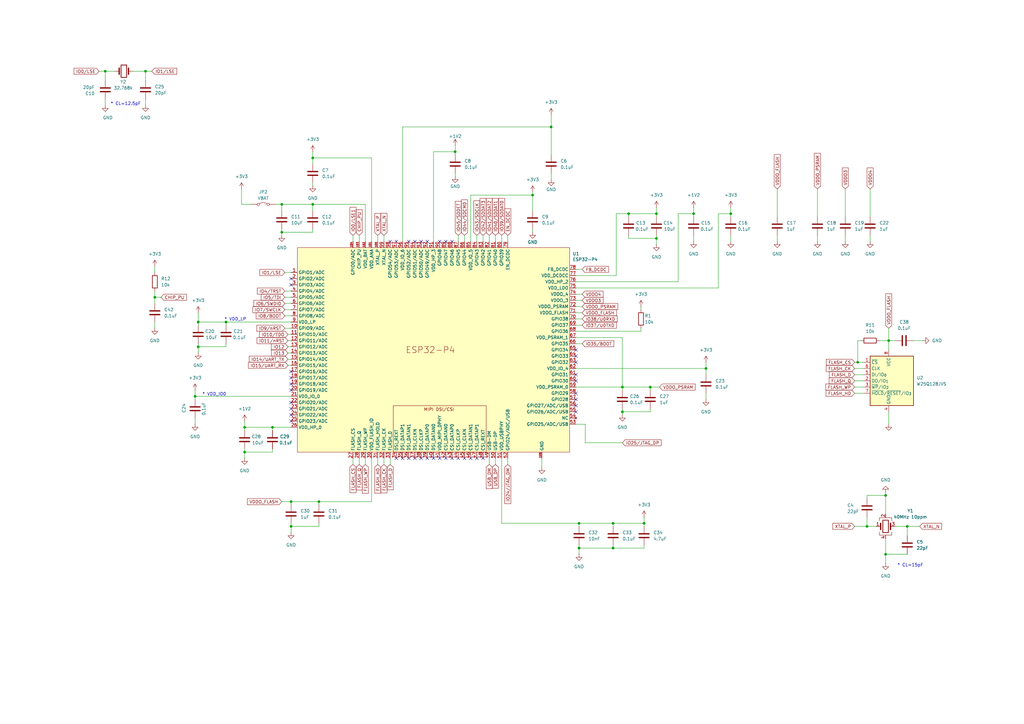
<source format=kicad_sch>
(kicad_sch (version 20250114) (generator "eeschema") (generator_version "9.0")
  (paper "A3")
  (title_block (title "Soul Probe") (date "2025-11-28") (rev "0.1") (company "By Jackson Ming Hu <huming2207@gmail.com> Copright (C) 2025 ") (comment 1 "Strictly no resell or commerical uses unless authorised by the author"))
  (text "* VDD_LP\n" (at 96.52 131.064 0) (effects (font (size 1.27 1.27))))
  (text "* CL=15pF\n" (at 373.38 231.902 0) (effects (font (size 1.27 1.27))))
  (text "* CL=12.5pF\n" (at 51.562 42.672 0) (effects (font (size 1.27 1.27))))
  (text "* VDD_IO0" (at 87.884 161.798 0) (effects (font (size 1.27 1.27))))
  (junction (at 257.81 87.63))
  (junction (at 269.24 97.79))
  (junction (at 100.33 185.42))
  (junction (at 237.49 214.63))
  (junction (at 92.71 132.08))
  (junction (at 251.46 214.63))
  (junction (at 372.11 215.9))
  (junction (at 363.22 203.2))
  (junction (at 299.72 87.63))
  (junction (at 355.6 215.9))
  (junction (at 59.69 29.21))
  (junction (at 80.01 162.56))
  (junction (at 43.18 29.21))
  (junction (at 119.38 215.9))
  (junction (at 255.27 168.91))
  (junction (at 284.48 87.63))
  (junction (at 218.44 80.01))
  (junction (at 115.57 95.25))
  (junction (at 351.79 148.59))
  (junction (at 186.69 62.23))
  (junction (at 363.22 227.33))
  (junction (at 269.24 87.63))
  (junction (at 251.46 224.79))
  (junction (at 226.06 52.07))
  (junction (at 81.28 142.24))
  (junction (at 289.56 151.13))
  (junction (at 266.7 158.75))
  (junction (at 237.49 224.79))
  (junction (at 255.27 158.75))
  (junction (at 111.76 175.26))
  (junction (at 264.16 214.63))
  (junction (at 115.57 83.82))
  (junction (at 130.81 205.74))
  (junction (at 128.27 83.82))
  (junction (at 63.5 121.92))
  (junction (at 100.33 175.26))
  (junction (at 128.27 64.77))
  (junction (at 81.28 132.08))
  (junction (at 364.49 139.7))
  (junction (at 119.38 205.74))
  (no_connect (at 198.12 187.96))
  (no_connect (at 177.8 187.96))
  (no_connect (at 236.22 148.59))
  (no_connect (at 236.22 166.37))
  (no_connect (at 119.38 172.72))
  (no_connect (at 119.38 165.1))
  (no_connect (at 182.88 187.96))
  (no_connect (at 236.22 156.21))
  (no_connect (at 236.22 161.29))
  (no_connect (at 185.42 187.96))
  (no_connect (at 167.64 99.06))
  (no_connect (at 165.1 187.96))
  (no_connect (at 175.26 187.96))
  (no_connect (at 119.38 152.4))
  (no_connect (at 119.38 154.94))
  (no_connect (at 236.22 153.67))
  (no_connect (at 185.42 99.06))
  (no_connect (at 180.34 187.96))
  (no_connect (at 187.96 187.96))
  (no_connect (at 236.22 168.91))
  (no_connect (at 119.38 170.18))
  (no_connect (at 167.64 187.96))
  (no_connect (at 180.34 99.06))
  (no_connect (at 195.58 187.96))
  (no_connect (at 119.38 157.48))
  (no_connect (at 170.18 187.96))
  (no_connect (at 170.18 99.06))
  (no_connect (at 162.56 99.06))
  (no_connect (at 236.22 143.51))
  (no_connect (at 119.38 167.64))
  (no_connect (at 119.38 160.02))
  (no_connect (at 236.22 146.05))
  (no_connect (at 190.5 187.96))
  (no_connect (at 236.22 163.83))
  (no_connect (at 119.38 114.3))
  (no_connect (at 175.26 99.06))
  (no_connect (at 162.56 187.96))
  (no_connect (at 193.04 187.96))
  (no_connect (at 172.72 99.06))
  (no_connect (at 119.38 116.84))
  (no_connect (at 182.88 99.06))
  (no_connect (at 172.72 187.96))
  (no_connect (at 160.02 99.06))
  (wire (pts (xy 236.22 135.89) (xy 262.89 135.89)))
  (wire (pts (xy 238.76 110.49) (xy 236.22 110.49)))
  (wire (pts (xy 81.28 132.08) (xy 81.28 133.35)))
  (wire (pts (xy 187.96 96.52) (xy 187.96 99.06)))
  (wire (pts (xy 222.25 187.96) (xy 222.25 191.77)))
  (wire (pts (xy 116.84 119.38) (xy 119.38 119.38)))
  (wire (pts (xy 63.5 121.92) (xy 63.5 124.46)))
  (wire (pts (xy 118.11 149.86) (xy 119.38 149.86)))
  (wire (pts (xy 147.32 96.52) (xy 147.32 99.06)))
  (wire (pts (xy 284.48 96.52) (xy 284.48 99.06)))
  (wire (pts (xy 149.86 83.82) (xy 149.86 99.06)))
  (wire (pts (xy 218.44 80.01) (xy 218.44 86.36)))
  (wire (pts (xy 252.73 113.03) (xy 252.73 87.63)))
  (wire (pts (xy 351.79 139.7) (xy 351.79 148.59)))
  (wire (pts (xy 81.28 128.27) (xy 81.28 132.08)))
  (wire (pts (xy 284.48 87.63) (xy 284.48 88.9)))
  (wire (pts (xy 346.71 99.06) (xy 346.71 96.52)))
  (wire (pts (xy 128.27 74.93) (xy 128.27 76.2)))
  (wire (pts (xy 208.28 96.52) (xy 208.28 99.06)))
  (wire (pts (xy 144.78 190.5) (xy 144.78 187.96)))
  (wire (pts (xy 80.01 160.02) (xy 80.01 162.56)))
  (wire (pts (xy 43.18 40.64) (xy 43.18 43.18)))
  (wire (pts (xy 130.81 215.9) (xy 119.38 215.9)))
  (wire (pts (xy 208.28 190.5) (xy 208.28 187.96)))
  (wire (pts (xy 118.11 137.16) (xy 119.38 137.16)))
  (wire (pts (xy 238.76 130.81) (xy 236.22 130.81)))
  (wire (pts (xy 200.66 190.5) (xy 200.66 187.96)))
  (wire (pts (xy 350.52 151.13) (xy 354.33 151.13)))
  (wire (pts (xy 116.84 129.54) (xy 119.38 129.54)))
  (wire (pts (xy 226.06 46.99) (xy 226.06 52.07)))
  (wire (pts (xy 63.5 109.22) (xy 63.5 111.76)))
  (wire (pts (xy 257.81 87.63) (xy 269.24 87.63)))
  (wire (pts (xy 116.84 124.46) (xy 119.38 124.46)))
  (wire (pts (xy 350.52 158.75) (xy 354.33 158.75)))
  (wire (pts (xy 100.33 172.72) (xy 100.33 175.26)))
  (wire (pts (xy 43.18 29.21) (xy 46.99 29.21)))
  (wire (pts (xy 186.69 59.69) (xy 186.69 62.23)))
  (wire (pts (xy 356.87 77.47) (xy 356.87 88.9)))
  (wire (pts (xy 266.7 168.91) (xy 255.27 168.91)))
  (wire (pts (xy 226.06 52.07) (xy 226.06 63.5)))
  (wire (pts (xy 289.56 148.59) (xy 289.56 151.13)))
  (wire (pts (xy 99.06 77.47) (xy 99.06 83.82)))
  (wire (pts (xy 294.64 118.11) (xy 294.64 87.63)))
  (wire (pts (xy 119.38 215.9) (xy 119.38 218.44)))
  (wire (pts (xy 186.69 72.39) (xy 186.69 71.12)))
  (wire (pts (xy 236.22 138.43) (xy 255.27 138.43)))
  (wire (pts (xy 81.28 140.97) (xy 81.28 142.24)))
  (wire (pts (xy 203.2 96.52) (xy 203.2 99.06)))
  (wire (pts (xy 203.2 190.5) (xy 203.2 187.96)))
  (wire (pts (xy 238.76 125.73) (xy 236.22 125.73)))
  (wire (pts (xy 128.27 64.77) (xy 152.4 64.77)))
  (wire (pts (xy 147.32 190.5) (xy 147.32 187.96)))
  (wire (pts (xy 157.48 96.52) (xy 157.48 99.06)))
  (wire (pts (xy 255.27 138.43) (xy 255.27 158.75)))
  (wire (pts (xy 128.27 83.82) (xy 149.86 83.82)))
  (wire (pts (xy 299.72 87.63) (xy 299.72 88.9)))
  (wire (pts (xy 269.24 96.52) (xy 269.24 97.79)))
  (wire (pts (xy 363.22 203.2) (xy 363.22 210.82)))
  (wire (pts (xy 355.6 204.47) (xy 355.6 203.2)))
  (wire (pts (xy 374.65 139.7) (xy 378.46 139.7)))
  (wire (pts (xy 190.5 96.52) (xy 190.5 99.06)))
  (wire (pts (xy 372.11 215.9) (xy 372.11 219.71)))
  (wire (pts (xy 251.46 224.79) (xy 251.46 223.52)))
  (wire (pts (xy 252.73 87.63) (xy 257.81 87.63)))
  (wire (pts (xy 160.02 190.5) (xy 160.02 187.96)))
  (wire (pts (xy 299.72 96.52) (xy 299.72 99.06)))
  (wire (pts (xy 257.81 87.63) (xy 257.81 88.9)))
  (wire (pts (xy 289.56 161.29) (xy 289.56 163.83)))
  (wire (pts (xy 262.89 135.89) (xy 262.89 134.62)))
  (wire (pts (xy 269.24 85.09) (xy 269.24 87.63)))
  (wire (pts (xy 346.71 77.47) (xy 346.71 88.9)))
  (wire (pts (xy 237.49 214.63) (xy 251.46 214.63)))
  (wire (pts (xy 111.76 175.26) (xy 119.38 175.26)))
  (wire (pts (xy 116.84 127) (xy 119.38 127)))
  (wire (pts (xy 350.52 153.67) (xy 354.33 153.67)))
  (wire (pts (xy 318.77 77.47) (xy 318.77 88.9)))
  (wire (pts (xy 154.94 190.5) (xy 154.94 187.96)))
  (wire (pts (xy 195.58 96.52) (xy 195.58 99.06)))
  (wire (pts (xy 226.06 71.12) (xy 226.06 73.66)))
  (wire (pts (xy 144.78 96.52) (xy 144.78 99.06)))
  (wire (pts (xy 255.27 160.02) (xy 255.27 158.75)))
  (wire (pts (xy 226.06 52.07) (xy 165.1 52.07)))
  (wire (pts (xy 353.06 139.7) (xy 351.79 139.7)))
  (wire (pts (xy 269.24 97.79) (xy 269.24 100.33)))
  (wire (pts (xy 157.48 190.5) (xy 157.48 187.96)))
  (wire (pts (xy 63.5 121.92) (xy 66.04 121.92)))
  (wire (pts (xy 262.89 125.73) (xy 262.89 127)))
  (wire (pts (xy 350.52 156.21) (xy 354.33 156.21)))
  (wire (pts (xy 278.13 115.57) (xy 278.13 87.63)))
  (wire (pts (xy 115.57 95.25) (xy 115.57 96.52)))
  (wire (pts (xy 363.22 220.98) (xy 363.22 227.33)))
  (wire (pts (xy 99.06 83.82) (xy 102.87 83.82)))
  (wire (pts (xy 205.74 214.63) (xy 237.49 214.63)))
  (wire (pts (xy 266.7 158.75) (xy 270.51 158.75)))
  (wire (pts (xy 355.6 215.9) (xy 359.41 215.9)))
  (wire (pts (xy 100.33 185.42) (xy 100.33 187.96)))
  (wire (pts (xy 130.81 214.63) (xy 130.81 215.9)))
  (wire (pts (xy 116.84 134.62) (xy 119.38 134.62)))
  (wire (pts (xy 115.57 93.98) (xy 115.57 95.25)))
  (wire (pts (xy 100.33 175.26) (xy 100.33 176.53)))
  (wire (pts (xy 355.6 212.09) (xy 355.6 215.9)))
  (wire (pts (xy 284.48 85.09) (xy 284.48 87.63)))
  (wire (pts (xy 130.81 205.74) (xy 130.81 207.01)))
  (wire (pts (xy 128.27 93.98) (xy 128.27 95.25)))
  (wire (pts (xy 257.81 96.52) (xy 257.81 97.79)))
  (wire (pts (xy 251.46 214.63) (xy 251.46 215.9)))
  (wire (pts (xy 80.01 173.99) (xy 80.01 171.45)))
  (wire (pts (xy 100.33 175.26) (xy 111.76 175.26)))
  (wire (pts (xy 266.7 167.64) (xy 266.7 168.91)))
  (wire (pts (xy 350.52 148.59) (xy 351.79 148.59)))
  (wire (pts (xy 81.28 142.24) (xy 81.28 144.78)))
  (wire (pts (xy 257.81 97.79) (xy 269.24 97.79)))
  (wire (pts (xy 81.28 142.24) (xy 92.71 142.24)))
  (wire (pts (xy 236.22 158.75) (xy 255.27 158.75)))
  (wire (pts (xy 299.72 85.09) (xy 299.72 87.63)))
  (wire (pts (xy 100.33 184.15) (xy 100.33 185.42)))
  (wire (pts (xy 130.81 205.74) (xy 152.4 205.74)))
  (wire (pts (xy 367.03 215.9) (xy 372.11 215.9)))
  (wire (pts (xy 115.57 95.25) (xy 128.27 95.25)))
  (wire (pts (xy 364.49 139.7) (xy 364.49 143.51)))
  (wire (pts (xy 59.69 40.64) (xy 59.69 43.18)))
  (wire (pts (xy 372.11 215.9) (xy 377.19 215.9)))
  (wire (pts (xy 264.16 224.79) (xy 264.16 223.52)))
  (wire (pts (xy 43.18 29.21) (xy 43.18 33.02)))
  (wire (pts (xy 356.87 99.06) (xy 356.87 96.52)))
  (wire (pts (xy 118.11 144.78) (xy 119.38 144.78)))
  (wire (pts (xy 251.46 224.79) (xy 264.16 224.79)))
  (wire (pts (xy 255.27 181.61) (xy 240.03 181.61)))
  (wire (pts (xy 63.5 132.08) (xy 63.5 134.62)))
  (wire (pts (xy 115.57 86.36) (xy 115.57 83.82)))
  (wire (pts (xy 294.64 87.63) (xy 299.72 87.63)))
  (wire (pts (xy 63.5 119.38) (xy 63.5 121.92)))
  (wire (pts (xy 92.71 140.97) (xy 92.71 142.24)))
  (wire (pts (xy 128.27 83.82) (xy 128.27 86.36)))
  (wire (pts (xy 264.16 214.63) (xy 264.16 215.9)))
  (wire (pts (xy 218.44 78.74) (xy 218.44 80.01)))
  (wire (pts (xy 240.03 173.99) (xy 236.22 173.99)))
  (wire (pts (xy 128.27 62.23) (xy 128.27 64.77)))
  (wire (pts (xy 80.01 163.83) (xy 80.01 162.56)))
  (wire (pts (xy 186.69 62.23) (xy 177.8 62.23)))
  (wire (pts (xy 119.38 205.74) (xy 119.38 207.01)))
  (wire (pts (xy 289.56 151.13) (xy 289.56 153.67)))
  (wire (pts (xy 355.6 203.2) (xy 363.22 203.2)))
  (wire (pts (xy 218.44 80.01) (xy 193.04 80.01)))
  (wire (pts (xy 318.77 99.06) (xy 318.77 96.52)))
  (wire (pts (xy 236.22 113.03) (xy 252.73 113.03)))
  (wire (pts (xy 118.11 142.24) (xy 119.38 142.24)))
  (wire (pts (xy 80.01 162.56) (xy 119.38 162.56)))
  (wire (pts (xy 363.22 201.93) (xy 363.22 203.2)))
  (wire (pts (xy 360.68 139.7) (xy 364.49 139.7)))
  (wire (pts (xy 236.22 151.13) (xy 289.56 151.13)))
  (wire (pts (xy 62.23 29.21) (xy 59.69 29.21)))
  (wire (pts (xy 149.86 190.5) (xy 149.86 187.96)))
  (wire (pts (xy 351.79 148.59) (xy 354.33 148.59)))
  (wire (pts (xy 255.27 167.64) (xy 255.27 168.91)))
  (wire (pts (xy 218.44 93.98) (xy 218.44 95.25)))
  (wire (pts (xy 236.22 123.19) (xy 238.76 123.19)))
  (wire (pts (xy 236.22 115.57) (xy 278.13 115.57)))
  (wire (pts (xy 165.1 52.07) (xy 165.1 99.06)))
  (wire (pts (xy 198.12 96.52) (xy 198.12 99.06)))
  (wire (pts (xy 278.13 87.63) (xy 284.48 87.63)))
  (wire (pts (xy 152.4 205.74) (xy 152.4 187.96)))
  (wire (pts (xy 119.38 214.63) (xy 119.38 215.9)))
  (wire (pts (xy 118.11 147.32) (xy 119.38 147.32)))
  (wire (pts (xy 113.03 83.82) (xy 115.57 83.82)))
  (wire (pts (xy 237.49 224.79) (xy 251.46 224.79)))
  (wire (pts (xy 350.52 161.29) (xy 354.33 161.29)))
  (wire (pts (xy 236.22 118.11) (xy 294.64 118.11)))
  (wire (pts (xy 269.24 88.9) (xy 269.24 87.63)))
  (wire (pts (xy 364.49 139.7) (xy 367.03 139.7)))
  (wire (pts (xy 240.03 181.61) (xy 240.03 173.99)))
  (wire (pts (xy 154.94 96.52) (xy 154.94 99.06)))
  (wire (pts (xy 237.49 223.52) (xy 237.49 224.79)))
  (wire (pts (xy 115.57 83.82) (xy 128.27 83.82)))
  (wire (pts (xy 238.76 133.35) (xy 236.22 133.35)))
  (wire (pts (xy 40.64 29.21) (xy 43.18 29.21)))
  (wire (pts (xy 81.28 132.08) (xy 92.71 132.08)))
  (wire (pts (xy 116.84 121.92) (xy 119.38 121.92)))
  (wire (pts (xy 255.27 158.75) (xy 266.7 158.75)))
  (wire (pts (xy 92.71 132.08) (xy 119.38 132.08)))
  (wire (pts (xy 54.61 29.21) (xy 59.69 29.21)))
  (wire (pts (xy 128.27 64.77) (xy 128.27 67.31)))
  (wire (pts (xy 236.22 120.65) (xy 238.76 120.65)))
  (wire (pts (xy 266.7 158.75) (xy 266.7 160.02)))
  (wire (pts (xy 264.16 212.09) (xy 264.16 214.63)))
  (wire (pts (xy 118.11 139.7) (xy 119.38 139.7)))
  (wire (pts (xy 111.76 185.42) (xy 100.33 185.42)))
  (wire (pts (xy 205.74 96.52) (xy 205.74 99.06)))
  (wire (pts (xy 116.84 111.76) (xy 119.38 111.76)))
  (wire (pts (xy 115.57 205.74) (xy 119.38 205.74)))
  (wire (pts (xy 193.04 80.01) (xy 193.04 99.06)))
  (wire (pts (xy 59.69 29.21) (xy 59.69 33.02)))
  (wire (pts (xy 237.49 224.79) (xy 237.49 227.33)))
  (wire (pts (xy 335.28 99.06) (xy 335.28 96.52)))
  (wire (pts (xy 363.22 227.33) (xy 372.11 227.33)))
  (wire (pts (xy 200.66 96.52) (xy 200.66 99.06)))
  (wire (pts (xy 111.76 184.15) (xy 111.76 185.42)))
  (wire (pts (xy 205.74 187.96) (xy 205.74 214.63)))
  (wire (pts (xy 363.22 227.33) (xy 363.22 231.14)))
  (wire (pts (xy 130.81 205.74) (xy 119.38 205.74)))
  (wire (pts (xy 364.49 139.7) (xy 364.49 134.62)))
  (wire (pts (xy 92.71 132.08) (xy 92.71 133.35)))
  (wire (pts (xy 335.28 77.47) (xy 335.28 88.9)))
  (wire (pts (xy 111.76 175.26) (xy 111.76 176.53)))
  (wire (pts (xy 255.27 168.91) (xy 255.27 170.18)))
  (wire (pts (xy 186.69 62.23) (xy 186.69 63.5)))
  (wire (pts (xy 251.46 214.63) (xy 264.16 214.63)))
  (wire (pts (xy 152.4 64.77) (xy 152.4 99.06)))
  (wire (pts (xy 350.52 215.9) (xy 355.6 215.9)))
  (wire (pts (xy 238.76 140.97) (xy 236.22 140.97)))
  (wire (pts (xy 238.76 128.27) (xy 236.22 128.27)))
  (wire (pts (xy 364.49 168.91) (xy 364.49 173.99)))
  (wire (pts (xy 177.8 62.23) (xy 177.8 99.06)))
  (wire (pts (xy 237.49 215.9) (xy 237.49 214.63)))
  (global_label "IO0{slash}LSE" (shape input) (at 40.64 29.21 180) (property "Intersheetrefs" "${INTERSHEET_REFS}" (effects (hide yes))))
  (global_label "IO25{slash}JTAG_DP" (shape input) (at 255.27 181.61 0) (property "Intersheetrefs" "${INTERSHEET_REFS}" (effects (hide yes))))
  (global_label "VDDO_PSRAM" (shape input) (at 335.28 77.47 90) (property "Intersheetrefs" "${INTERSHEET_REFS}" (effects (hide yes))))
  (global_label "IO45{slash}SDDET" (shape input) (at 187.96 96.52 90) (property "Intersheetrefs" "${INTERSHEET_REFS}" (effects (hide yes))))
  (global_label "USB_DP" (shape input) (at 203.2 190.5 270) (property "Intersheetrefs" "${INTERSHEET_REFS}" (effects (hide yes))))
  (global_label "XTAL_N" (shape input) (at 377.19 215.9 0) (property "Intersheetrefs" "${INTERSHEET_REFS}" (effects (hide yes))))
  (global_label "VDDO4" (shape input) (at 238.76 120.65 0) (property "Intersheetrefs" "${INTERSHEET_REFS}" (effects (hide yes))))
  (global_label "IO39{slash}SDDAT0" (shape input) (at 205.74 96.52 90) (property "Intersheetrefs" "${INTERSHEET_REFS}" (effects (hide yes))))
  (global_label "IO40{slash}SDDAT1" (shape input) (at 203.2 96.52 90) (property "Intersheetrefs" "${INTERSHEET_REFS}" (effects (hide yes))))
  (global_label "VDDO_FLASH" (shape input) (at 318.77 77.47 90) (property "Intersheetrefs" "${INTERSHEET_REFS}" (effects (hide yes))))
  (global_label "IO4{slash}TRST" (shape input) (at 116.84 119.38 180) (property "Intersheetrefs" "${INTERSHEET_REFS}" (effects (hide yes))))
  (global_label "IO44{slash}SDCMD" (shape input) (at 190.5 96.52 90) (property "Intersheetrefs" "${INTERSHEET_REFS}" (effects (hide yes))))
  (global_label "IO41{slash}SDDAT2" (shape input) (at 200.66 96.52 90) (property "Intersheetrefs" "${INTERSHEET_REFS}" (effects (hide yes))))
  (global_label "IO11{slash}nRST" (shape input) (at 118.11 139.7 180) (property "Intersheetrefs" "${INTERSHEET_REFS}" (effects (hide yes))))
  (global_label "FLASH_CS" (shape input) (at 350.52 148.59 180) (property "Intersheetrefs" "${INTERSHEET_REFS}" (effects (hide yes))))
  (global_label "FLASH_Q" (shape input) (at 147.32 190.5 270) (property "Intersheetrefs" "${INTERSHEET_REFS}" (effects (hide yes))))
  (global_label "IO42{slash}SDDAT3" (shape input) (at 198.12 96.52 90) (property "Intersheetrefs" "${INTERSHEET_REFS}" (effects (hide yes))))
  (global_label "FLASH_CS" (shape input) (at 144.78 190.5 270) (property "Intersheetrefs" "${INTERSHEET_REFS}" (effects (hide yes))))
  (global_label "IO13" (shape input) (at 118.11 144.78 180) (property "Intersheetrefs" "${INTERSHEET_REFS}" (effects (hide yes))))
  (global_label "IO6{slash}SWDIO" (shape input) (at 116.84 124.46 180) (property "Intersheetrefs" "${INTERSHEET_REFS}" (effects (hide yes))))
  (global_label "FLASH_CK" (shape input) (at 157.48 190.5 270) (property "Intersheetrefs" "${INTERSHEET_REFS}" (effects (hide yes))))
  (global_label "FLASH_CK" (shape input) (at 350.52 151.13 180) (property "Intersheetrefs" "${INTERSHEET_REFS}" (effects (hide yes))))
  (global_label "XTAL_N" (shape input) (at 157.48 96.52 90) (property "Intersheetrefs" "${INTERSHEET_REFS}" (effects (hide yes))))
  (global_label "IO35{slash}BOOT" (shape input) (at 238.76 140.97 0) (property "Intersheetrefs" "${INTERSHEET_REFS}" (effects (hide yes))))
  (global_label "IO10{slash}TDO" (shape input) (at 118.11 137.16 180) (property "Intersheetrefs" "${INTERSHEET_REFS}" (effects (hide yes))))
  (global_label "VDDO_PSRAM" (shape input) (at 270.51 158.75 0) (property "Intersheetrefs" "${INTERSHEET_REFS}" (effects (hide yes))))
  (global_label "IO12" (shape input) (at 118.11 142.24 180) (property "Intersheetrefs" "${INTERSHEET_REFS}" (effects (hide yes))))
  (global_label "FLASH_WP" (shape input) (at 350.52 158.75 180) (property "Intersheetrefs" "${INTERSHEET_REFS}" (effects (hide yes))))
  (global_label "VDDO_FLASH" (shape input) (at 238.76 128.27 0) (property "Intersheetrefs" "${INTERSHEET_REFS}" (effects (hide yes))))
  (global_label "IO24{slash}JTAG_DM" (shape input) (at 208.28 190.5 270) (property "Intersheetrefs" "${INTERSHEET_REFS}" (effects (hide yes))))
  (global_label "IO15{slash}UART_RX" (shape input) (at 118.11 149.86 180) (property "Intersheetrefs" "${INTERSHEET_REFS}" (effects (hide yes))))
  (global_label "IO14{slash}UART_TX" (shape input) (at 118.11 147.32 180) (property "Intersheetrefs" "${INTERSHEET_REFS}" (effects (hide yes))))
  (global_label "FLASH_Q" (shape input) (at 350.52 156.21 180) (property "Intersheetrefs" "${INTERSHEET_REFS}" (effects (hide yes))))
  (global_label "CHIP_PU" (shape input) (at 66.04 121.92 0) (property "Intersheetrefs" "${INTERSHEET_REFS}" (effects (hide yes))))
  (global_label "FLASH_HD" (shape input) (at 350.52 161.29 180) (property "Intersheetrefs" "${INTERSHEET_REFS}" (effects (hide yes))))
  (global_label "FLASH_D" (shape input) (at 160.02 190.5 270) (property "Intersheetrefs" "${INTERSHEET_REFS}" (effects (hide yes))))
  (global_label "FLASH_D" (shape input) (at 350.52 153.67 180) (property "Intersheetrefs" "${INTERSHEET_REFS}" (effects (hide yes))))
  (global_label "IO43{slash}SDCLK" (shape input) (at 195.58 96.52 90) (property "Intersheetrefs" "${INTERSHEET_REFS}" (effects (hide yes))))
  (global_label "IO38{slash}U0RXD" (shape input) (at 238.76 130.81 0) (property "Intersheetrefs" "${INTERSHEET_REFS}" (effects (hide yes))))
  (global_label "IO7{slash}SWCLK" (shape input) (at 116.84 127 180) (property "Intersheetrefs" "${INTERSHEET_REFS}" (effects (hide yes))))
  (global_label "FLASH_WP" (shape input) (at 149.86 190.5 270) (property "Intersheetrefs" "${INTERSHEET_REFS}" (effects (hide yes))))
  (global_label "IO5{slash}TDI" (shape input) (at 116.84 121.92 180) (property "Intersheetrefs" "${INTERSHEET_REFS}" (effects (hide yes))))
  (global_label "VDDO_FLASH" (shape input) (at 115.57 205.74 180) (property "Intersheetrefs" "${INTERSHEET_REFS}" (effects (hide yes))))
  (global_label "EN_DCDC" (shape input) (at 208.28 96.52 90) (property "Intersheetrefs" "${INTERSHEET_REFS}" (effects (hide yes))))
  (global_label "IO8{slash}BOOT" (shape input) (at 116.84 129.54 180) (property "Intersheetrefs" "${INTERSHEET_REFS}" (effects (hide yes))))
  (global_label "IO1{slash}LSE" (shape input) (at 62.23 29.21 0) (property "Intersheetrefs" "${INTERSHEET_REFS}" (effects (hide yes))))
  (global_label "VDDO4" (shape input) (at 356.87 77.47 90) (property "Intersheetrefs" "${INTERSHEET_REFS}" (effects (hide yes))))
  (global_label "FLASH_HD" (shape input) (at 154.94 190.5 270) (property "Intersheetrefs" "${INTERSHEET_REFS}" (effects (hide yes))))
  (global_label "CHIP_PU" (shape input) (at 147.32 96.52 90) (property "Intersheetrefs" "${INTERSHEET_REFS}" (effects (hide yes))))
  (global_label "IO0{slash}LSE1" (shape input) (at 144.78 96.52 90) (property "Intersheetrefs" "${INTERSHEET_REFS}" (effects (hide yes))))
  (global_label "IO1{slash}LSE" (shape input) (at 116.84 111.76 180) (property "Intersheetrefs" "${INTERSHEET_REFS}" (effects (hide yes))))
  (global_label "USB_DM" (shape input) (at 200.66 190.5 270) (property "Intersheetrefs" "${INTERSHEET_REFS}" (effects (hide yes))))
  (global_label "IO9{slash}nRST" (shape input) (at 116.84 134.62 180) (property "Intersheetrefs" "${INTERSHEET_REFS}" (effects (hide yes))))
  (global_label "VDDO_FLASH" (shape input) (at 364.49 134.62 90) (property "Intersheetrefs" "${INTERSHEET_REFS}" (effects (hide yes))))
  (global_label "FB_DCDC" (shape input) (at 238.76 110.49 0) (property "Intersheetrefs" "${INTERSHEET_REFS}" (effects (hide yes))))
  (global_label "VDDO_PSRAM" (shape input) (at 238.76 125.73 0) (property "Intersheetrefs" "${INTERSHEET_REFS}" (effects (hide yes))))
  (global_label "VDDO3" (shape input) (at 238.76 123.19 0) (property "Intersheetrefs" "${INTERSHEET_REFS}" (effects (hide yes))))
  (global_label "VDDO3" (shape input) (at 346.71 77.47 90) (property "Intersheetrefs" "${INTERSHEET_REFS}" (effects (hide yes))))
  (global_label "XTAL_P" (shape input) (at 350.52 215.9 180) (property "Intersheetrefs" "${INTERSHEET_REFS}" (effects (hide yes))))
  (global_label "IO37{slash}U0TXD" (shape input) (at 238.76 133.35 0) (property "Intersheetrefs" "${INTERSHEET_REFS}" (effects (hide yes))))
  (global_label "XTAL_P" (shape input) (at 154.94 96.52 90) (property "Intersheetrefs" "${INTERSHEET_REFS}" (effects (hide yes))))
  (symbol (lib_id "power:+1V2") (at 186.69 59.69 0) (unit 1)
    (property "Reference" "#PWR070" (effects (hide yes)))
    (property "Value" "+1V2" (at 186.69 55.88 0))
    (property "Description" "Power symbol creates a global label with name \"+1V2\"" (effects (hide yes)))
  )
  (symbol (lib_id "power:+3V3") (at 218.44 78.74 0) (unit 1)
    (property "Reference" "#PWR028" (effects (hide yes)))
    (property "Value" "+3V3" (at 218.44 73.66 0))
    (property "Description" "Power symbol creates a global label with name \"+3V3\"" (effects (hide yes)))
  )
  (symbol (lib_id "Device:C") (at 335.28 92.71 0) (unit 1)
    (property "Reference" "C18" (at 339.09 91.4399 0) (effects (justify left)))
    (property "Value" "1uF" (at 339.09 93.9799 0) (effects (justify left)))
    (property "Footprint" "Capacitor_SMD:C_0603_1608Metric" (effects (hide yes)))
    (property "Description" "Unpolarized capacitor" (effects (hide yes)))
    (property "LCSC" "C15849" (effects (hide yes)))
  )
  (symbol (lib_id "Device:C") (at 237.49 219.71 0) (unit 1)
    (property "Reference" "C32" (at 241.3 218.4399 0) (effects (justify left)))
    (property "Value" "10nF" (at 241.3 220.9799 0) (effects (justify left)))
    (property "Footprint" "Capacitor_SMD:C_0402_1005Metric" (effects (hide yes)))
    (property "Description" "Unpolarized capacitor" (effects (hide yes)))
    (property "LCSC" "C57112" (effects (hide yes)))
  )
  (symbol (lib_id "power:GND") (at 363.22 231.14 0) (unit 1)
    (property "Reference" "#PWR049" (effects (hide yes)))
    (property "Value" "GND" (at 363.22 236.22 0))
    (property "Description" "Power symbol creates a global label with name \"GND\" , ground" (effects (hide yes)))
  )
  (symbol (lib_id "power:GND") (at 255.27 170.18 0) (unit 1)
    (property "Reference" "#PWR019" (effects (hide yes)))
    (property "Value" "GND" (at 255.27 175.26 0))
    (property "Description" "Power symbol creates a global label with name \"GND\" , ground" (effects (hide yes)))
  )
  (symbol (lib_id "Device:C") (at 100.33 180.34 0) (unit 1)
    (property "Reference" "C28" (at 103.124 179.07 0) (effects (justify left)))
    (property "Value" "10uF" (at 103.378 181.61 0) (effects (justify left)))
    (property "Footprint" "Capacitor_SMD:C_0603_1608Metric" (effects (hide yes)))
    (property "Description" "Unpolarized capacitor" (effects (hide yes)))
    (property "LCSC" "C19702" (effects (hide yes)))
  )
  (symbol (lib_id "power:+3V3") (at 289.56 148.59 0) (unit 1)
    (property "Reference" "#PWR023" (effects (hide yes)))
    (property "Value" "+3V3" (at 289.56 143.51 0))
    (property "Description" "Power symbol creates a global label with name \"+3V3\"" (effects (hide yes)))
  )
  (symbol (lib_id "power:+3V3") (at 269.24 85.09 0) (unit 1)
    (property "Reference" "#PWR029" (effects (hide yes)))
    (property "Value" "+3V3" (at 269.24 80.01 0))
    (property "Description" "Power symbol creates a global label with name \"+3V3\"" (effects (hide yes)))
  )
  (symbol (lib_id "power:+3V3") (at 80.01 160.02 0) (unit 1)
    (property "Reference" "#PWR027" (effects (hide yes)))
    (property "Value" "+3V3" (at 80.01 154.94 0))
    (property "Description" "Power symbol creates a global label with name \"+3V3\"" (effects (hide yes)))
  )
  (symbol (lib_id "Device:C") (at 186.69 67.31 0) (unit 1)
    (property "Reference" "C8" (at 190.5 66.0399 0) (effects (justify left)))
    (property "Value" "0.1uF" (at 190.5 68.5799 0) (effects (justify left)))
    (property "Footprint" "Capacitor_SMD:C_0402_1005Metric" (effects (hide yes)))
    (property "Description" "Unpolarized capacitor" (effects (hide yes)))
    (property "LCSC" "C1525" (effects (hide yes)))
  )
  (symbol (lib_id "Device:C") (at 115.57 90.17 0) (unit 1)
    (property "Reference" "C11" (at 119.38 88.8999 0) (effects (justify left)))
    (property "Value" "10uF" (at 119.38 91.4399 0) (effects (justify left)))
    (property "Footprint" "Capacitor_SMD:C_0603_1608Metric" (effects (hide yes)))
    (property "Description" "Unpolarized capacitor" (effects (hide yes)))
    (property "LCSC" "C19702" (effects (hide yes)))
  )
  (symbol (lib_id "power:+3V3") (at 264.16 212.09 0) (unit 1)
    (property "Reference" "#PWR022" (effects (hide yes)))
    (property "Value" "+3V3" (at 264.16 207.01 0))
    (property "Description" "Power symbol creates a global label with name \"+3V3\"" (effects (hide yes)))
  )
  (symbol (lib_id "Device:R") (at 63.5 115.57 0) (unit 1)
    (property "Reference" "R12" (at 66.04 114.2999 0) (effects (justify left)))
    (property "Value" "10k" (at 66.04 116.8399 0) (effects (justify left)))
    (property "Footprint" "Resistor_SMD:R_0402_1005Metric" (effects (hide yes)))
    (property "Description" "Resistor" (effects (hide yes)))
    (property "LCSC" "C25744" (effects (hide yes)))
  )
  (symbol (lib_id "Device:C") (at 318.77 92.71 0) (unit 1)
    (property "Reference" "C17" (at 322.58 91.4399 0) (effects (justify left)))
    (property "Value" "1uF" (at 322.58 93.9799 0) (effects (justify left)))
    (property "Footprint" "Capacitor_SMD:C_0603_1608Metric" (effects (hide yes)))
    (property "Description" "Unpolarized capacitor" (effects (hide yes)))
    (property "LCSC" "C15849" (effects (hide yes)))
  )
  (symbol (lib_id "power:GND") (at 218.44 95.25 0) (unit 1)
    (property "Reference" "#PWR011" (effects (hide yes)))
    (property "Value" "GND" (at 218.44 99.314 0))
    (property "Description" "Power symbol creates a global label with name \"GND\" , ground" (effects (hide yes)))
  )
  (symbol (lib_id "Device:C") (at 92.71 137.16 0) (unit 1)
    (property "Reference" "C21" (at 95.758 135.89 0) (effects (justify left)))
    (property "Value" "0.1uF" (at 95.504 138.43 0) (effects (justify left)))
    (property "Footprint" "Capacitor_SMD:C_0402_1005Metric" (effects (hide yes)))
    (property "Description" "Unpolarized capacitor" (effects (hide yes)))
    (property "LCSC" "C1525" (effects (hide yes)))
  )
  (symbol (lib_id "Device:C") (at 370.84 139.7 90) (unit 1)
    (property "Reference" "C38" (at 370.84 132.08 90))
    (property "Value" "0.1uF" (at 370.84 134.62 90))
    (property "Footprint" "Capacitor_SMD:C_0402_1005Metric" (effects (hide yes)))
    (property "Description" "Unpolarized capacitor" (effects (hide yes)))
    (property "LCSC" "C1525" (effects (hide yes)))
  )
  (symbol (lib_id "power:GND") (at 43.18 43.18 0) (unit 1)
    (property "Reference" "#PWR050" (effects (hide yes)))
    (property "Value" "GND" (at 42.164 48.26 0) (effects (justify left)))
    (property "Description" "Power symbol creates a global label with name \"GND\" , ground" (effects (hide yes)))
  )
  (symbol (lib_id "Device:C") (at 266.7 163.83 0) (unit 1)
    (property "Reference" "C27" (at 270.51 162.5599 0) (effects (justify left)))
    (property "Value" "1uF" (at 270.51 165.0999 0) (effects (justify left)))
    (property "Footprint" "Capacitor_SMD:C_0603_1608Metric" (effects (hide yes)))
    (property "Description" "Unpolarized capacitor" (effects (hide yes)))
    (property "LCSC" "C15849" (effects (hide yes)))
  )
  (symbol (lib_id "power:GND") (at 119.38 218.44 0) (unit 1)
    (property "Reference" "#PWR03" (effects (hide yes)))
    (property "Value" "GND" (at 119.38 223.52 0))
    (property "Description" "Power symbol creates a global label with name \"GND\" , ground" (effects (hide yes)))
  )
  (symbol (lib_id "Device:C") (at 81.28 137.16 0) (unit 1)
    (property "Reference" "C20" (at 84.074 135.89 0) (effects (justify left)))
    (property "Value" "10uF" (at 84.328 138.43 0) (effects (justify left)))
    (property "Footprint" "Capacitor_SMD:C_0603_1608Metric" (effects (hide yes)))
    (property "Description" "Unpolarized capacitor" (effects (hide yes)))
    (property "LCSC" "C19702" (effects (hide yes)))
  )
  (symbol (lib_id "power:GND") (at 335.28 99.06 0) (unit 1)
    (property "Reference" "#PWR016" (effects (hide yes)))
    (property "Value" "GND" (at 335.28 104.14 0))
    (property "Description" "Power symbol creates a global label with name \"GND\" , ground" (effects (hide yes)))
  )
  (symbol (lib_id "Device:C") (at 128.27 71.12 0) (unit 1)
    (property "Reference" "C7" (at 132.08 69.8499 0) (effects (justify left)))
    (property "Value" "0.1uF" (at 132.08 72.3899 0) (effects (justify left)))
    (property "Footprint" "Capacitor_SMD:C_0402_1005Metric" (effects (hide yes)))
    (property "Description" "Unpolarized capacitor" (effects (hide yes)))
    (property "LCSC" "C1525" (effects (hide yes)))
  )
  (symbol (lib_id "power:GND") (at 346.71 99.06 0) (unit 1)
    (property "Reference" "#PWR017" (effects (hide yes)))
    (property "Value" "GND" (at 346.71 104.14 0))
    (property "Description" "Power symbol creates a global label with name \"GND\" , ground" (effects (hide yes)))
  )
  (symbol (lib_id "power:+1V2") (at 100.33 172.72 0) (unit 1)
    (property "Reference" "#PWR067" (effects (hide yes)))
    (property "Value" "+1V2" (at 100.33 167.64 0))
    (property "Description" "Power symbol creates a global label with name \"+1V2\"" (effects (hide yes)))
  )
  (symbol (lib_id "Device:C") (at 80.01 167.64 180) (unit 1)
    (property "Reference" "C24" (at 75.438 167.386 90))
    (property "Value" "0.1uF" (at 83.566 167.64 90))
    (property "Footprint" "Capacitor_SMD:C_0402_1005Metric" (effects (hide yes)))
    (property "Description" "Unpolarized capacitor" (effects (hide yes)))
    (property "LCSC" "C1525" (effects (hide yes)))
  )
  (symbol (lib_id "power:GND") (at 81.28 144.78 0) (unit 1)
    (property "Reference" "#PWR06" (effects (hide yes)))
    (property "Value" "GND" (at 81.28 149.86 0))
    (property "Description" "Power symbol creates a global label with name \"GND\" , ground" (effects (hide yes)))
  )
  (symbol (lib_id "power:+3V3") (at 63.5 109.22 0) (unit 1)
    (property "Reference" "#PWR072" (effects (hide yes)))
    (property "Value" "+3V3" (at 63.5 104.14 0))
    (property "Description" "Power symbol creates a global label with name \"+3V3\"" (effects (hide yes)))
  )
  (symbol (lib_id "power:+3V3") (at 99.06 77.47 0) (unit 1)
    (property "Reference" "#PWR071" (effects (hide yes)))
    (property "Value" "+3V3" (at 99.06 72.39 0))
    (property "Description" "Power symbol creates a global label with name \"+3V3\"" (effects (hide yes)))
  )
  (symbol (lib_id "power:+3V3") (at 299.72 85.09 0) (unit 1)
    (property "Reference" "#PWR030" (effects (hide yes)))
    (property "Value" "+3V3" (at 299.72 80.01 0))
    (property "Description" "Power symbol creates a global label with name \"+3V3\"" (effects (hide yes)))
  )
  (symbol (lib_id "Device:C") (at 269.24 92.71 0) (unit 1)
    (property "Reference" "C14" (at 272.034 91.44 0) (effects (justify left)))
    (property "Value" "10uF" (at 272.288 93.98 0) (effects (justify left)))
    (property "Footprint" "Capacitor_SMD:C_0603_1608Metric" (effects (hide yes)))
    (property "Description" "Unpolarized capacitor" (effects (hide yes)))
    (property "LCSC" "C19702" (effects (hide yes)))
  )
  (symbol (lib_id "power:GND") (at 269.24 100.33 0) (unit 1)
    (property "Reference" "#PWR012" (effects (hide yes)))
    (property "Value" "GND" (at 269.24 105.41 0))
    (property "Description" "Power symbol creates a global label with name \"GND\" , ground" (effects (hide yes)))
  )
  (symbol (lib_id "Device:Crystal") (at 50.8 29.21 0) (unit 1)
    (property "Reference" "Y2" (at 50.546 33.528 0))
    (property "Value" "32.768k" (at 50.546 36.068 0))
    (property "Footprint" "Crystal:Crystal_SMD_3215-2Pin_3.2x1.5mm" (effects (hide yes)))
    (property "Description" "Two pin crystal" (effects (hide yes)))
    (property "LCSC" "C32346" (effects (hide yes)))
  )
  (symbol (lib_id "Device:R") (at 356.87 139.7 90) (unit 1)
    (property "Reference" "R11" (at 356.87 133.35 90))
    (property "Value" "10k" (at 356.87 135.89 90))
    (property "Footprint" "Resistor_SMD:R_0402_1005Metric" (effects (hide yes)))
    (property "Description" "Resistor" (effects (hide yes)))
    (property "LCSC" "C25744" (effects (hide yes)))
  )
  (symbol (lib_id "Device:C") (at 251.46 219.71 0) (unit 1)
    (property "Reference" "C33" (at 255.27 218.4399 0) (effects (justify left)))
    (property "Value" "0.1uF" (at 255.27 220.9799 0) (effects (justify left)))
    (property "Footprint" "Capacitor_SMD:C_0402_1005Metric" (effects (hide yes)))
    (property "Description" "Unpolarized capacitor" (effects (hide yes)))
    (property "LCSC" "C1525" (effects (hide yes)))
  )
  (symbol (lib_id "Device:C") (at 299.72 92.71 0) (unit 1)
    (property "Reference" "C16" (at 302.768 91.44 0) (effects (justify left)))
    (property "Value" "0.1uF" (at 302.514 93.98 0) (effects (justify left)))
    (property "Footprint" "Capacitor_SMD:C_0402_1005Metric" (effects (hide yes)))
    (property "Description" "Unpolarized capacitor" (effects (hide yes)))
    (property "LCSC" "C1525" (effects (hide yes)))
  )
  (symbol (lib_id "power:GND") (at 80.01 173.99 0) (unit 1)
    (property "Reference" "#PWR05" (effects (hide yes)))
    (property "Value" "GND" (at 80.01 179.07 0))
    (property "Description" "Power symbol creates a global label with name \"GND\" , ground" (effects (hide yes)))
  )
  (symbol (lib_id "Device:C") (at 59.69 36.83 0) (unit 1)
    (property "Reference" "C25" (at 63.5 35.5599 0) (effects (justify left)))
    (property "Value" "20pF" (at 63.5 38.0999 0) (effects (justify left)))
    (property "Footprint" "Capacitor_SMD:C_0402_1005Metric" (effects (hide yes)))
    (property "Description" "Unpolarized capacitor" (effects (hide yes)))
    (property "LCSC" "C1554" (effects (hide yes)))
  )
  (symbol (lib_id "power:GND") (at 364.49 173.99 0) (unit 1)
    (property "Reference" "#PWR01" (effects (hide yes)))
    (property "Value" "GND" (effects (hide yes)))
    (property "Description" "Power symbol creates a global label with name \"GND\" , ground" (effects (hide yes)))
  )
  (symbol (lib_id "power:+3V3") (at 81.28 128.27 0) (unit 1)
    (property "Reference" "#PWR026" (effects (hide yes)))
    (property "Value" "+3V3" (at 81.28 123.19 0))
    (property "Description" "Power symbol creates a global label with name \"+3V3\"" (effects (hide yes)))
  )
  (symbol (lib_id "power:GND") (at 363.22 201.93 180) (unit 1)
    (property "Reference" "#PWR048" (effects (hide yes)))
    (property "Value" "GND" (at 363.22 196.85 0))
    (property "Description" "Power symbol creates a global label with name \"GND\" , ground" (effects (hide yes)))
  )
  (symbol (lib_id "Device:C") (at 128.27 90.17 0) (unit 1)
    (property "Reference" "C12" (at 132.08 88.8999 0) (effects (justify left)))
    (property "Value" "0.1uF" (at 132.08 91.4399 0) (effects (justify left)))
    (property "Footprint" "Capacitor_SMD:C_0402_1005Metric" (effects (hide yes)))
    (property "Description" "Unpolarized capacitor" (effects (hide yes)))
    (property "LCSC" "C1525" (effects (hide yes)))
  )
  (symbol (lib_id "Device:C") (at 218.44 90.17 0) (unit 1)
    (property "Reference" "C9" (at 222.25 88.8999 0) (effects (justify left)))
    (property "Value" "0.1uF" (at 222.25 91.4399 0) (effects (justify left)))
    (property "Footprint" "Capacitor_SMD:C_0402_1005Metric" (effects (hide yes)))
    (property "Description" "Unpolarized capacitor" (effects (hide yes)))
    (property "LCSC" "C1525" (effects (hide yes)))
  )
  (symbol (lib_id "Device:C") (at 289.56 157.48 0) (unit 1)
    (property "Reference" "C23" (at 293.37 156.2099 0) (effects (justify left)))
    (property "Value" "0.1uF" (at 293.37 158.7499 0) (effects (justify left)))
    (property "Footprint" "Capacitor_SMD:C_0402_1005Metric" (effects (hide yes)))
    (property "Description" "Unpolarized capacitor" (effects (hide yes)))
    (property "LCSC" "C1525" (effects (hide yes)))
  )
  (symbol (lib_id "power:+1V2") (at 284.48 85.09 0) (unit 1)
    (property "Reference" "#PWR069" (effects (hide yes)))
    (property "Value" "+1V2" (at 284.48 80.01 0))
    (property "Description" "Power symbol creates a global label with name \"+1V2\"" (effects (hide yes)))
  )
  (symbol (lib_id "power:GND") (at 186.69 72.39 0) (unit 1)
    (property "Reference" "#PWR010" (effects (hide yes)))
    (property "Value" "GND" (at 186.69 76.454 0))
    (property "Description" "Power symbol creates a global label with name \"GND\" , ground" (effects (hide yes)))
  )
  (symbol (lib_id "Device:C") (at 226.06 67.31 0) (unit 1)
    (property "Reference" "C6" (at 229.87 66.0399 0) (effects (justify left)))
    (property "Value" "0.1uF" (at 229.87 68.5799 0) (effects (justify left)))
    (property "Footprint" "Capacitor_SMD:C_0402_1005Metric" (effects (hide yes)))
    (property "Description" "Unpolarized capacitor" (effects (hide yes)))
    (property "LCSC" "C1525" (effects (hide yes)))
  )
  (symbol (lib_id "power:GND") (at 284.48 99.06 0) (unit 1)
    (property "Reference" "#PWR013" (effects (hide yes)))
    (property "Value" "GND" (at 284.48 104.14 0))
    (property "Description" "Power symbol creates a global label with name \"GND\" , ground" (effects (hide yes)))
  )
  (symbol (lib_id "Device:C") (at 255.27 163.83 0) (unit 1)
    (property "Reference" "C26" (at 258.318 162.56 0) (effects (justify left)))
    (property "Value" "0.1uF" (at 258.318 165.1 0) (effects (justify left)))
    (property "Footprint" "Capacitor_SMD:C_0402_1005Metric" (effects (hide yes)))
    (property "Description" "Unpolarized capacitor" (effects (hide yes)))
    (property "LCSC" "C1525" (effects (hide yes)))
  )
  (symbol (lib_id "power:GND") (at 318.77 99.06 0) (unit 1)
    (property "Reference" "#PWR015" (effects (hide yes)))
    (property "Value" "GND" (at 318.77 104.14 0))
    (property "Description" "Power symbol creates a global label with name \"GND\" , ground" (effects (hide yes)))
  )
  (symbol (lib_id "power:GND") (at 128.27 76.2 0) (unit 1)
    (property "Reference" "#PWR08" (effects (hide yes)))
    (property "Value" "GND" (at 128.27 81.28 0))
    (property "Description" "Power symbol creates a global label with name \"GND\" , ground" (effects (hide yes)))
  )
  (symbol (lib_id "Device:C") (at 63.5 128.27 0) (unit 1)
    (property "Reference" "C42" (at 67.31 126.9999 0) (effects (justify left)))
    (property "Value" "0.1uF" (at 67.31 129.5399 0) (effects (justify left)))
    (property "Footprint" "Capacitor_SMD:C_0402_1005Metric" (effects (hide yes)))
    (property "Description" "Unpolarized capacitor" (effects (hide yes)))
    (property "LCSC" "C1525" (effects (hide yes)))
  )
  (symbol (lib_id "Device:C") (at 284.48 92.71 0) (unit 1)
    (property "Reference" "C15" (at 287.528 91.44 0) (effects (justify left)))
    (property "Value" "0.1uF" (at 287.274 93.98 0) (effects (justify left)))
    (property "Footprint" "Capacitor_SMD:C_0402_1005Metric" (effects (hide yes)))
    (property "Description" "Unpolarized capacitor" (effects (hide yes)))
    (property "LCSC" "C1525" (effects (hide yes)))
  )
  (symbol (lib_id "Memory_Flash:W25Q128JVS") (at 364.49 156.21 0) (unit 1)
    (property "Reference" "U2" (at 375.92 154.9399 0) (effects (justify left)))
    (property "Value" "W25Q128JVS" (at 375.92 157.4799 0) (effects (justify left)))
    (property "Footprint" "Package_SO:SOIC-8_5.3x5.3mm_P1.27mm" (effects (hide yes)))
    (property "Datasheet" "https://www.winbond.com/resource-files/w25q128jv_dtr%20revc%2003272018%20plus.pdf" (effects (hide yes)))
    (property "Description" "128Mbit / 16MiB Serial Flash Memory, Standard/Dual/Quad SPI, 2.7-3.6V, SOIC-8" (effects (hide yes)))
    (property "LCSC" "C97521" (effects (hide yes)))
  )
  (symbol (lib_id "Device:C") (at 257.81 92.71 0) (unit 1)
    (property "Reference" "C13" (at 260.858 91.44 0) (effects (justify left)))
    (property "Value" "0.1uF" (at 260.604 93.98 0) (effects (justify left)))
    (property "Footprint" "Capacitor_SMD:C_0402_1005Metric" (effects (hide yes)))
    (property "Description" "Unpolarized capacitor" (effects (hide yes)))
    (property "LCSC" "C1525" (effects (hide yes)))
  )
  (symbol (lib_id "power:GND") (at 378.46 139.7 90) (unit 1)
    (property "Reference" "#PWR02" (effects (hide yes)))
    (property "Value" "GND" (at 382.27 139.6999 90) (effects (justify right)))
    (property "Description" "Power symbol creates a global label with name \"GND\" , ground" (effects (hide yes)))
  )
  (symbol (lib_id "power:GND") (at 222.25 191.77 0) (unit 1)
    (property "Reference" "#PWR059" (effects (hide yes)))
    (property "Value" "GND" (at 222.25 196.85 0))
    (property "Description" "Power symbol creates a global label with name \"GND\" , ground" (effects (hide yes)))
  )
  (symbol (lib_id "Device:R") (at 262.89 130.81 0) (unit 1)
    (property "Reference" "R1" (at 264.414 129.54 0) (effects (justify left)))
    (property "Value" "10k" (at 264.414 132.08 0) (effects (justify left)))
    (property "Footprint" "Resistor_SMD:R_0402_1005Metric" (effects (hide yes)))
    (property "Description" "Resistor" (effects (hide yes)))
    (property "LCSC" "C25744" (effects (hide yes)))
  )
  (symbol (lib_id "Device:C") (at 356.87 92.71 0) (unit 1)
    (property "Reference" "C22" (at 360.68 91.4399 0) (effects (justify left)))
    (property "Value" "1uF" (at 360.68 93.9799 0) (effects (justify left)))
    (property "Footprint" "Capacitor_SMD:C_0603_1608Metric" (effects (hide yes)))
    (property "Description" "Unpolarized capacitor" (effects (hide yes)))
    (property "LCSC" "C15849" (effects (hide yes)))
  )
  (symbol (lib_id "power:GND") (at 59.69 43.18 0) (unit 1)
    (property "Reference" "#PWR051" (effects (hide yes)))
    (property "Value" "GND" (at 59.69 48.26 0))
    (property "Description" "Power symbol creates a global label with name \"GND\" , ground" (effects (hide yes)))
  )
  (symbol (lib_id "Espressif:ESP32-P4") (at 176.53 143.51 0) (unit 1)
    (property "Reference" "U1" (at 236.22 104.0698 0))
    (property "Value" "ESP32-P4" (at 240.03 106.426 0))
    (property "Footprint" "PCM_Espressif:ESP32-P4" (effects (hide yes)))
    (property "Description" "High-performance MCU with one RISC-V 32-bit dual-core microprocessor and one single-core microprocessor" (effects (hide yes)))
    (property "LCSC" "C22387510" (effects (hide yes)))
  )
  (symbol (lib_id "Device:C") (at 346.71 92.71 0) (unit 1)
    (property "Reference" "C19" (at 350.52 91.4399 0) (effects (justify left)))
    (property "Value" "1uF" (at 350.52 93.9799 0) (effects (justify left)))
    (property "Footprint" "Capacitor_SMD:C_0603_1608Metric" (effects (hide yes)))
    (property "Description" "Unpolarized capacitor" (effects (hide yes)))
    (property "LCSC" "C15849" (effects (hide yes)))
  )
  (symbol (lib_id "Device:C") (at 264.16 219.71 0) (unit 1)
    (property "Reference" "C34" (at 267.97 218.4399 0) (effects (justify left)))
    (property "Value" "4.7uF" (at 267.97 220.9799 0) (effects (justify left)))
    (property "Footprint" "Capacitor_SMD:C_0603_1608Metric" (effects (hide yes)))
    (property "Description" "Unpolarized capacitor" (effects (hide yes)))
    (property "LCSC" "C19666" (effects (hide yes)))
  )
  (symbol (lib_id "Device:C") (at 355.6 208.28 0) (unit 1)
    (property "Reference" "C4" (at 347.472 207.264 0) (effects (justify left)))
    (property "Value" "22pF" (at 347.472 209.804 0) (effects (justify left)))
    (property "Footprint" "Capacitor_SMD:C_0402_1005Metric" (effects (hide yes)))
    (property "Description" "Unpolarized capacitor" (effects (hide yes)))
    (property "LCSC" "C1555" (effects (hide yes)))
  )
  (symbol (lib_id "power:GND") (at 226.06 73.66 0) (unit 1)
    (property "Reference" "#PWR09" (effects (hide yes)))
    (property "Value" "GND" (at 226.06 77.724 0))
    (property "Description" "Power symbol creates a global label with name \"GND\" , ground" (effects (hide yes)))
  )
  (symbol (lib_id "Device:Crystal_GND24") (at 363.22 215.9 0) (unit 1)
    (property "Reference" "Y1" (at 373.38 209.4798 0))
    (property "Value" "40MHz 10ppm" (at 373.38 212.0198 0))
    (property "Footprint" "Crystal:Crystal_SMD_2016-4Pin_2.0x1.6mm" (effects (hide yes)))
    (property "Description" "Four pin crystal, GND on pins 2 and 4" (effects (hide yes)))
    (property "LCSC" "C424432" (effects (hide yes)))
  )
  (symbol (lib_id "Device:C") (at 130.81 210.82 0) (unit 1)
    (property "Reference" "C31" (at 134.62 209.5499 0) (effects (justify left)))
    (property "Value" "0.1uF" (at 134.62 212.0899 0) (effects (justify left)))
    (property "Footprint" "Capacitor_SMD:C_0402_1005Metric" (effects (hide yes)))
    (property "Description" "Unpolarized capacitor" (effects (hide yes)))
    (property "LCSC" "C1525" (effects (hide yes)))
  )
  (symbol (lib_id "Device:C") (at 372.11 223.52 0) (unit 1)
    (property "Reference" "C5" (at 375.92 222.2499 0) (effects (justify left)))
    (property "Value" "22pF" (at 375.92 224.7899 0) (effects (justify left)))
    (property "Footprint" "Capacitor_SMD:C_0402_1005Metric" (effects (hide yes)))
    (property "Description" "Unpolarized capacitor" (effects (hide yes)))
    (property "LCSC" "C1555" (effects (hide yes)))
  )
  (symbol (lib_id "power:GND") (at 299.72 99.06 0) (unit 1)
    (property "Reference" "#PWR014" (effects (hide yes)))
    (property "Value" "GND" (at 299.72 104.14 0))
    (property "Description" "Power symbol creates a global label with name \"GND\" , ground" (effects (hide yes)))
  )
  (symbol (lib_id "power:+3V3") (at 226.06 46.99 0) (unit 1)
    (property "Reference" "#PWR024" (effects (hide yes)))
    (property "Value" "+3V3" (at 226.06 41.91 0))
    (property "Description" "Power symbol creates a global label with name \"+3V3\"" (effects (hide yes)))
  )
  (symbol (lib_id "power:GND") (at 289.56 163.83 0) (unit 1)
    (property "Reference" "#PWR020" (effects (hide yes)))
    (property "Value" "GND" (at 289.56 168.91 0))
    (property "Description" "Power symbol creates a global label with name \"GND\" , ground" (effects (hide yes)))
  )
  (symbol (lib_id "power:GND") (at 356.87 99.06 0) (unit 1)
    (property "Reference" "#PWR018" (effects (hide yes)))
    (property "Value" "GND" (at 356.87 104.14 0))
    (property "Description" "Power symbol creates a global label with name \"GND\" , ground" (effects (hide yes)))
  )
  (symbol (lib_id "Device:C") (at 119.38 210.82 0) (unit 1)
    (property "Reference" "C30" (at 123.19 209.5499 0) (effects (justify left)))
    (property "Value" "1uF" (at 123.19 212.0899 0) (effects (justify left)))
    (property "Footprint" "Capacitor_SMD:C_0603_1608Metric" (effects (hide yes)))
    (property "Description" "Unpolarized capacitor" (effects (hide yes)))
    (property "LCSC" "C15849" (effects (hide yes)))
  )
  (symbol (lib_id "power:GND") (at 237.49 227.33 0) (unit 1)
    (property "Reference" "#PWR021" (effects (hide yes)))
    (property "Value" "GND" (at 237.49 232.41 0))
    (property "Description" "Power symbol creates a global label with name \"GND\" , ground" (effects (hide yes)))
  )
  (symbol (lib_id "Device:C") (at 43.18 36.83 180) (unit 1)
    (property "Reference" "C10" (at 38.862 38.354 0) (effects (justify left)))
    (property "Value" "20pF" (at 38.862 35.814 0) (effects (justify left)))
    (property "Footprint" "Capacitor_SMD:C_0402_1005Metric" (effects (hide yes)))
    (property "Description" "Unpolarized capacitor" (effects (hide yes)))
    (property "LCSC" "C1554" (effects (hide yes)))
  )
  (symbol (lib_id "power:GND") (at 115.57 96.52 0) (unit 1)
    (property "Reference" "#PWR07" (effects (hide yes)))
    (property "Value" "GND" (at 115.57 101.6 0))
    (property "Description" "Power symbol creates a global label with name \"GND\" , ground" (effects (hide yes)))
  )
  (symbol (lib_id "power:+3.3V") (at 262.89 125.73 0) (unit 1)
    (property "Reference" "#PWR034" (effects (hide yes)))
    (property "Value" "+3V3" (at 262.89 120.65 0))
    (property "Description" "Power symbol creates a global label with name \"+3.3V\"" (effects (hide yes)))
  )
  (symbol (lib_id "power:GND") (at 63.5 134.62 0) (unit 1)
    (property "Reference" "#PWR073" (effects (hide yes)))
    (property "Value" "GND" (at 63.5 139.7 0))
    (property "Description" "Power symbol creates a global label with name \"GND\" , ground" (effects (hide yes)))
  )
  (symbol (lib_id "Device:C") (at 111.76 180.34 0) (unit 1)
    (property "Reference" "C29" (at 114.808 179.07 0) (effects (justify left)))
    (property "Value" "0.1uF" (at 114.554 181.61 0) (effects (justify left)))
    (property "Footprint" "Capacitor_SMD:C_0402_1005Metric" (effects (hide yes)))
    (property "Description" "Unpolarized capacitor" (effects (hide yes)))
    (property "LCSC" "C1525" (effects (hide yes)))
  )
  (symbol (lib_id "power:+3V3") (at 128.27 62.23 0) (unit 1)
    (property "Reference" "#PWR025" (effects (hide yes)))
    (property "Value" "+3V3" (at 128.27 57.15 0))
    (property "Description" "Power symbol creates a global label with name \"+3V3\"" (effects (hide yes)))
  )
  (symbol (lib_id "power:GND") (at 100.33 187.96 0) (unit 1)
    (property "Reference" "#PWR04" (effects (hide yes)))
    (property "Value" "GND" (at 100.33 193.04 0))
    (property "Description" "Power symbol creates a global label with name \"GND\" , ground" (effects (hide yes)))
  )
  (symbol (lib_id "Jumper:Jumper_2_Bridged") (at 107.95 83.82 0) (unit 1)
    (property "Reference" "JP2" (at 107.95 78.74 0))
    (property "Value" "VBAT" (at 107.95 81.28 0))
    (property "Footprint" "Jumper:SolderJumper-2_P1.3mm_Bridged_Pad1.0x1.5mm" (effects (hide yes)))
    (property "Description" "Jumper, 2-pole, closed/bridged" (effects (hide yes)))
  )
)
</source>
